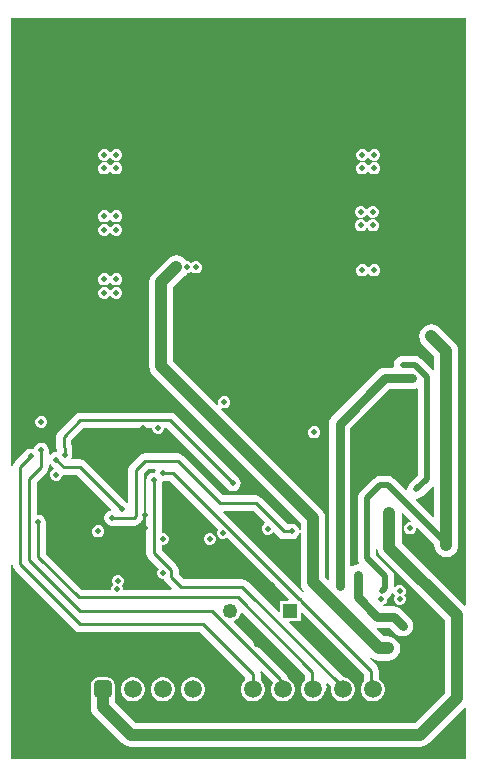
<source format=gbl>
G04*
G04 #@! TF.GenerationSoftware,Altium Limited,Altium Designer,23.8.1 (32)*
G04*
G04 Layer_Physical_Order=4*
G04 Layer_Color=16711680*
%FSLAX25Y25*%
%MOIN*%
G70*
G04*
G04 #@! TF.SameCoordinates,A9E98482-AA81-4C70-AF81-B552D0338214*
G04*
G04*
G04 #@! TF.FilePolarity,Positive*
G04*
G01*
G75*
%ADD89C,0.01000*%
%ADD90C,0.02000*%
%ADD91C,0.03000*%
%ADD93C,0.04000*%
%ADD96R,0.04921X0.04921*%
%ADD97C,0.04921*%
%ADD98C,0.05984*%
G04:AMPARAMS|DCode=99|XSize=59.84mil|YSize=59.84mil|CornerRadius=14.96mil|HoleSize=0mil|Usage=FLASHONLY|Rotation=0.000|XOffset=0mil|YOffset=0mil|HoleType=Round|Shape=RoundedRectangle|*
%AMROUNDEDRECTD99*
21,1,0.05984,0.02992,0,0,0.0*
21,1,0.02992,0.05984,0,0,0.0*
1,1,0.02992,0.01496,-0.01496*
1,1,0.02992,-0.01496,-0.01496*
1,1,0.02992,-0.01496,0.01496*
1,1,0.02992,0.01496,0.01496*
%
%ADD99ROUNDEDRECTD99*%
%ADD100C,0.02000*%
%ADD101C,0.01968*%
G36*
X409000Y264413D02*
X408500Y264206D01*
X387546Y285159D01*
Y294967D01*
X387647Y295056D01*
X387994Y295227D01*
X390721Y292500D01*
X390514Y292000D01*
X390102D01*
X389367Y291695D01*
X388805Y291133D01*
X388500Y290398D01*
Y289602D01*
X388805Y288867D01*
X389367Y288304D01*
X390102Y288000D01*
X390898D01*
X391633Y288304D01*
X392196Y288867D01*
X392500Y289602D01*
Y290014D01*
X393000Y290221D01*
X398465Y284755D01*
Y284500D01*
X398603Y283456D01*
X399006Y282483D01*
X399647Y281647D01*
X400483Y281006D01*
X401456Y280603D01*
X402500Y280466D01*
X403544Y280603D01*
X404517Y281006D01*
X405353Y281647D01*
X405994Y282483D01*
X406397Y283456D01*
X406534Y284500D01*
Y349000D01*
X406534Y349000D01*
X406397Y350044D01*
X405994Y351017D01*
X405353Y351853D01*
X405353Y351853D01*
X400353Y356853D01*
X399517Y357494D01*
X398544Y357897D01*
X397500Y358034D01*
X396456Y357897D01*
X395483Y357494D01*
X394647Y356853D01*
X394006Y356017D01*
X393603Y355044D01*
X393465Y354000D01*
X393603Y352956D01*
X394006Y351983D01*
X394647Y351147D01*
X398465Y347329D01*
Y343021D01*
X397966Y342814D01*
X394140Y346640D01*
X393513Y347120D01*
X392783Y347423D01*
X392000Y347526D01*
X388000D01*
X387217Y347423D01*
X386487Y347120D01*
X385860Y346640D01*
X385380Y346013D01*
X385077Y345283D01*
X384974Y344500D01*
X385036Y344030D01*
X384652Y343530D01*
X382000D01*
X381086Y343410D01*
X380235Y343057D01*
X379504Y342496D01*
X364454Y327446D01*
X363893Y326715D01*
X363540Y325864D01*
X363420Y324950D01*
Y272939D01*
X362958Y272748D01*
X362035Y273671D01*
Y293500D01*
X361897Y294544D01*
X361494Y295517D01*
X360853Y296353D01*
X360853Y296353D01*
X327496Y329710D01*
X327779Y330134D01*
X328102Y330000D01*
X328898D01*
X329633Y330305D01*
X330195Y330867D01*
X330500Y331602D01*
Y332398D01*
X330195Y333133D01*
X329633Y333696D01*
X328898Y334000D01*
X328102D01*
X327367Y333696D01*
X326804Y333133D01*
X326500Y332398D01*
Y331602D01*
X326634Y331279D01*
X326210Y330996D01*
X311535Y345671D01*
Y370329D01*
X315353Y374147D01*
X315994Y374983D01*
X316001Y375000D01*
X316398D01*
X317133Y375305D01*
X317500Y375672D01*
X317867Y375305D01*
X318602Y375000D01*
X319398D01*
X320133Y375305D01*
X320695Y375867D01*
X321000Y376602D01*
Y377398D01*
X320695Y378133D01*
X320133Y378696D01*
X319398Y379000D01*
X318602D01*
X317867Y378696D01*
X317500Y378328D01*
X317133Y378696D01*
X316398Y379000D01*
X316001D01*
X315994Y379017D01*
X315353Y379853D01*
X314517Y380494D01*
X313544Y380897D01*
X312500Y381034D01*
X311456Y380897D01*
X310483Y380494D01*
X309647Y379853D01*
X304647Y374853D01*
X304006Y374017D01*
X303603Y373044D01*
X303466Y372000D01*
X303466Y372000D01*
Y344000D01*
X303466Y344000D01*
X303603Y342956D01*
X304006Y341983D01*
X304647Y341147D01*
X353965Y291829D01*
Y289469D01*
X353466Y289420D01*
X353355Y289976D01*
X352802Y290802D01*
X351975Y291355D01*
X351000Y291549D01*
X349556D01*
X340802Y300302D01*
X339976Y300855D01*
X339000Y301049D01*
X328056D01*
X314802Y314302D01*
X313976Y314855D01*
X313000Y315049D01*
X302000D01*
X301025Y314855D01*
X300198Y314302D01*
X297198Y311302D01*
X296645Y310475D01*
X296451Y309500D01*
Y298861D01*
X295951Y298654D01*
X282318Y312287D01*
X281491Y312839D01*
X280516Y313033D01*
X277745D01*
X277509Y313474D01*
X277640Y313671D01*
X277834Y314647D01*
Y316768D01*
X277640Y317744D01*
X277449Y318030D01*
Y319461D01*
X281438Y323451D01*
X304500D01*
Y323102D01*
X304804Y322367D01*
X305367Y321804D01*
X306102Y321500D01*
X306898D01*
X307633Y321804D01*
X308195Y322367D01*
X308500Y323102D01*
Y323451D01*
X309444D01*
X329698Y303198D01*
X330524Y302645D01*
X331500Y302451D01*
X332475Y302645D01*
X333302Y303198D01*
X333855Y304025D01*
X334049Y305000D01*
X333855Y305976D01*
X333302Y306802D01*
X312302Y327802D01*
X311475Y328355D01*
X310500Y328549D01*
X280383D01*
X279407Y328355D01*
X278580Y327802D01*
X273098Y322320D01*
X272545Y321493D01*
X272351Y320517D01*
Y317154D01*
X272545Y316178D01*
X272656Y316012D01*
X272567Y315739D01*
X272455Y315524D01*
X271525Y315339D01*
X270698Y314787D01*
X270549Y314564D01*
X270049Y314716D01*
Y316000D01*
X269855Y316975D01*
X269302Y317802D01*
X268476Y318355D01*
X267500Y318549D01*
X266525Y318355D01*
X265698Y317802D01*
X265145Y316975D01*
X265026Y316376D01*
X264976Y316355D01*
X264000Y316549D01*
X263024Y316355D01*
X262198Y315802D01*
X258698Y312302D01*
X258145Y311475D01*
X258000Y310746D01*
X257500Y310795D01*
Y460000D01*
X409000D01*
Y264413D01*
D02*
G37*
G36*
X392974Y336498D02*
Y307753D01*
X390360Y305140D01*
X389879Y304513D01*
X389577Y303783D01*
X389475Y303011D01*
X389442Y302985D01*
X388999Y302781D01*
X385140Y306640D01*
X384513Y307120D01*
X383783Y307423D01*
X383000Y307526D01*
X380500D01*
X379717Y307423D01*
X378987Y307120D01*
X378360Y306640D01*
X373860Y302140D01*
X373379Y301513D01*
X373077Y300783D01*
X372974Y300000D01*
Y280000D01*
X373077Y279217D01*
X373379Y278487D01*
X373414Y278442D01*
X373164Y278009D01*
X373000Y278030D01*
X372086Y277910D01*
X371235Y277557D01*
X370980Y277362D01*
X370480Y277608D01*
Y323488D01*
X383462Y336470D01*
X391000D01*
X391914Y336590D01*
X392474Y336822D01*
X392974Y336498D01*
D02*
G37*
G36*
X398465Y303979D02*
Y293967D01*
X398004Y293776D01*
X392281Y299499D01*
X392485Y299942D01*
X392511Y299975D01*
X393283Y300077D01*
X394013Y300379D01*
X394640Y300860D01*
X397966Y304186D01*
X398465Y303979D01*
D02*
G37*
G36*
X270698Y311182D02*
X271638Y310242D01*
X271540Y309751D01*
X271367Y309680D01*
X270805Y309117D01*
X270500Y308382D01*
Y307586D01*
X270805Y306851D01*
X271367Y306289D01*
X272102Y305984D01*
X272898D01*
X273633Y306289D01*
X274196Y306851D01*
X274500Y307586D01*
Y307641D01*
X274886Y307958D01*
X275000Y307935D01*
X279460D01*
X290864Y296532D01*
X290699Y295989D01*
X290024Y295855D01*
X289198Y295302D01*
X288645Y294476D01*
X288451Y293500D01*
X288645Y292525D01*
X289198Y291698D01*
X290024Y291145D01*
X291000Y290951D01*
X298414D01*
X299390Y291145D01*
X300217Y291698D01*
X300802Y292283D01*
X301355Y293110D01*
X301549Y294086D01*
Y308444D01*
X303056Y309951D01*
X305388D01*
X305645Y309539D01*
X305640Y309451D01*
X305541Y308951D01*
X305000Y308549D01*
X304025Y308355D01*
X303198Y307802D01*
X302645Y306976D01*
X302451Y306000D01*
Y281854D01*
X302645Y280879D01*
X303198Y280052D01*
X306720Y276529D01*
X306474Y276283D01*
X306169Y275547D01*
Y274752D01*
X306474Y274017D01*
X307036Y273454D01*
X307771Y273150D01*
X308256D01*
X308314Y272855D01*
X308867Y272028D01*
X310884Y270011D01*
X310693Y269549D01*
X294830D01*
Y270154D01*
X294526Y270889D01*
X294372Y271043D01*
X294695Y271367D01*
X295000Y272102D01*
Y272898D01*
X294695Y273633D01*
X294133Y274196D01*
X293398Y274500D01*
X292602D01*
X291867Y274196D01*
X291304Y273633D01*
X291000Y272898D01*
Y272102D01*
X291304Y271367D01*
X291459Y271213D01*
X291135Y270889D01*
X290830Y270154D01*
Y269549D01*
X281056D01*
X269049Y281556D01*
Y292000D01*
X268855Y292975D01*
X268302Y293802D01*
X267476Y294355D01*
X266500Y294549D01*
X266436Y294536D01*
X266049Y294853D01*
Y305444D01*
X269302Y308698D01*
X269855Y309524D01*
X270049Y310500D01*
Y311253D01*
X270549Y311404D01*
X270698Y311182D01*
D02*
G37*
G36*
X341893Y292002D02*
X341824Y291652D01*
X341261Y291090D01*
X340957Y290354D01*
Y289559D01*
X341261Y288824D01*
X341824Y288261D01*
X342559Y287957D01*
X343355D01*
X344090Y288261D01*
X344566Y288738D01*
X345128Y288767D01*
X346698Y287198D01*
X347524Y286645D01*
X348500Y286451D01*
X351000D01*
X351975Y286645D01*
X352802Y287198D01*
X353355Y288024D01*
X353466Y288580D01*
X353965Y288531D01*
Y272000D01*
X353965Y272000D01*
X354103Y270956D01*
X354506Y269983D01*
X355089Y269223D01*
X354712Y268892D01*
X328116Y295489D01*
X328307Y295951D01*
X337944D01*
X341893Y292002D01*
D02*
G37*
G36*
X379615Y282444D02*
X380018Y281471D01*
X380659Y280635D01*
X401966Y259329D01*
Y235171D01*
X392078Y225284D01*
X298921D01*
X292035Y232171D01*
Y234822D01*
X292041Y234855D01*
Y237847D01*
X291847Y238821D01*
X291296Y239646D01*
X290470Y240198D01*
X289496Y240391D01*
X286504D01*
X285530Y240198D01*
X284704Y239646D01*
X284153Y238821D01*
X283959Y237847D01*
Y234855D01*
X283965Y234822D01*
Y230500D01*
X283965Y230500D01*
X284103Y229456D01*
X284506Y228483D01*
X285147Y227647D01*
X294397Y218397D01*
X294397Y218397D01*
X295233Y217756D01*
X296206Y217353D01*
X297250Y217215D01*
X393750D01*
X393750Y217215D01*
X394794Y217353D01*
X395767Y217756D01*
X396603Y218397D01*
X408500Y230294D01*
X409000Y230087D01*
Y213000D01*
X257500D01*
Y277705D01*
X258000Y277754D01*
X258145Y277025D01*
X258698Y276198D01*
X278698Y256198D01*
X279524Y255645D01*
X280500Y255451D01*
X320444D01*
X335451Y240444D01*
Y239447D01*
X334805Y238802D01*
X334280Y237891D01*
X334008Y236876D01*
Y235825D01*
X334280Y234810D01*
X334805Y233899D01*
X335549Y233156D01*
X336459Y232630D01*
X337474Y232358D01*
X338526D01*
X339541Y232630D01*
X340451Y233156D01*
X341195Y233899D01*
X341720Y234810D01*
X341992Y235825D01*
Y236876D01*
X341720Y237891D01*
X341195Y238802D01*
X340549Y239447D01*
Y241500D01*
X340390Y242298D01*
X340851Y242544D01*
X344599Y238796D01*
Y238445D01*
X344280Y237891D01*
X344008Y236876D01*
Y235825D01*
X344280Y234810D01*
X344806Y233899D01*
X345549Y233156D01*
X346459Y232630D01*
X347474Y232358D01*
X348526D01*
X349541Y232630D01*
X350451Y233156D01*
X351195Y233899D01*
X351720Y234810D01*
X351992Y235825D01*
Y236876D01*
X351720Y237891D01*
X351195Y238802D01*
X350451Y239545D01*
X349668Y239997D01*
X349503Y240827D01*
X348951Y241654D01*
X331800Y258805D01*
X331963Y259349D01*
X332625Y259731D01*
X333269Y260375D01*
X333725Y261164D01*
X333894Y261794D01*
X334438Y261957D01*
X355260Y241135D01*
Y239257D01*
X354805Y238802D01*
X354280Y237891D01*
X354008Y236876D01*
Y235825D01*
X354280Y234810D01*
X354805Y233899D01*
X355549Y233156D01*
X356459Y232630D01*
X357474Y232358D01*
X358526D01*
X359541Y232630D01*
X360451Y233156D01*
X361194Y233899D01*
X361720Y234810D01*
X361862Y235341D01*
X361951Y235400D01*
X362503Y236227D01*
X362697Y237202D01*
X362503Y238178D01*
X362489Y238199D01*
X362877Y238518D01*
X364116Y237279D01*
X364008Y236876D01*
Y235825D01*
X364280Y234810D01*
X364806Y233899D01*
X365549Y233156D01*
X366459Y232630D01*
X367474Y232358D01*
X368526D01*
X369541Y232630D01*
X370451Y233156D01*
X371195Y233899D01*
X371720Y234810D01*
X371992Y235825D01*
Y236876D01*
X371720Y237891D01*
X371195Y238802D01*
X370451Y239545D01*
X369541Y240071D01*
X368526Y240343D01*
X368262D01*
X350027Y258577D01*
X350219Y259039D01*
X353961D01*
Y261781D01*
X354423Y261973D01*
X374951Y241444D01*
Y238947D01*
X374805Y238802D01*
X374280Y237891D01*
X374008Y236876D01*
Y235825D01*
X374280Y234810D01*
X374805Y233899D01*
X375549Y233156D01*
X376459Y232630D01*
X377474Y232358D01*
X378526D01*
X379541Y232630D01*
X380451Y233156D01*
X381194Y233899D01*
X381720Y234810D01*
X381992Y235825D01*
Y236876D01*
X381720Y237891D01*
X381194Y238802D01*
X380451Y239545D01*
X380049Y239777D01*
Y242500D01*
X379855Y243476D01*
X379302Y244302D01*
X376892Y246712D01*
X377223Y247089D01*
X377983Y246506D01*
X378956Y246103D01*
X380000Y245966D01*
X380000Y245966D01*
X383000D01*
X384044Y246103D01*
X385017Y246506D01*
X385853Y247147D01*
X386494Y247983D01*
X386897Y248956D01*
X387035Y250000D01*
X386897Y251044D01*
X386494Y252017D01*
X385853Y252853D01*
X385017Y253494D01*
X384044Y253897D01*
X383000Y254034D01*
X381671D01*
X379170Y256536D01*
X379391Y256984D01*
X379500Y256970D01*
X383538D01*
X385441Y255067D01*
X386172Y254506D01*
X387023Y254153D01*
X387937Y254033D01*
X388851Y254153D01*
X389702Y254506D01*
X390433Y255067D01*
X390994Y255798D01*
X391347Y256649D01*
X391467Y257563D01*
X391347Y258477D01*
X390994Y259328D01*
X390433Y260059D01*
X387496Y262996D01*
X386765Y263557D01*
X385914Y263910D01*
X385000Y264030D01*
X381335D01*
X381262Y264500D01*
X381998Y264805D01*
X382560Y265367D01*
X382865Y266102D01*
Y266649D01*
X383140Y266860D01*
X384140Y267860D01*
X384140Y267860D01*
X384496Y268325D01*
X385001Y268301D01*
X385059Y268272D01*
X385214Y267898D01*
X385392Y267720D01*
X385304Y267633D01*
X385000Y266898D01*
Y266102D01*
X385304Y265367D01*
X385867Y264805D01*
X386602Y264500D01*
X387398D01*
X388133Y264805D01*
X388696Y265367D01*
X389000Y266102D01*
Y266898D01*
X388696Y267633D01*
X388518Y267811D01*
X388605Y267898D01*
X388910Y268633D01*
Y269429D01*
X388605Y270164D01*
X388043Y270726D01*
X387308Y271031D01*
X386512D01*
X385777Y270726D01*
X385526Y270475D01*
X385026Y270683D01*
Y274000D01*
X384923Y274783D01*
X384620Y275513D01*
X384140Y276140D01*
X379026Y281253D01*
Y283086D01*
X379526Y283119D01*
X379615Y282444D01*
D02*
G37*
G36*
X326540Y289855D02*
X326293Y289608D01*
X325989Y288873D01*
Y288078D01*
X326293Y287343D01*
X326856Y286780D01*
X327591Y286475D01*
X328387D01*
X329122Y286780D01*
X329369Y287027D01*
X349973Y266423D01*
X349781Y265961D01*
X347039D01*
Y262219D01*
X346577Y262027D01*
X336302Y272302D01*
X335475Y272855D01*
X334500Y273049D01*
X315056D01*
X313218Y274886D01*
Y276185D01*
X313024Y277161D01*
X312472Y277988D01*
X307549Y282910D01*
Y284464D01*
X307602Y284500D01*
X308398D01*
X309133Y284805D01*
X309696Y285367D01*
X310000Y286102D01*
Y286898D01*
X309696Y287633D01*
X309133Y288195D01*
X308398Y288500D01*
X307602D01*
X307549Y288536D01*
Y305531D01*
X308000Y305951D01*
X310444D01*
X326540Y289855D01*
D02*
G37*
%LPC*%
G36*
X378898Y416500D02*
X378102D01*
X377367Y416195D01*
X376804Y415633D01*
X376750Y415501D01*
X376250D01*
X376196Y415633D01*
X375633Y416195D01*
X374898Y416500D01*
X374102D01*
X373367Y416195D01*
X372804Y415633D01*
X372500Y414898D01*
Y414102D01*
X372804Y413367D01*
X373367Y412805D01*
X374102Y412500D01*
X374898D01*
X375633Y412805D01*
X376196Y413367D01*
X376250Y413499D01*
X376750D01*
X376804Y413367D01*
X377367Y412805D01*
X378102Y412500D01*
X378898D01*
X379633Y412805D01*
X380195Y413367D01*
X380500Y414102D01*
Y414898D01*
X380195Y415633D01*
X379633Y416195D01*
X378898Y416500D01*
D02*
G37*
G36*
X292898D02*
X292102D01*
X291367Y416195D01*
X290805Y415633D01*
X290750Y415501D01*
X290250D01*
X290195Y415633D01*
X289633Y416195D01*
X288898Y416500D01*
X288102D01*
X287367Y416195D01*
X286805Y415633D01*
X286500Y414898D01*
Y414102D01*
X286805Y413367D01*
X287367Y412805D01*
X288102Y412500D01*
X288898D01*
X289633Y412805D01*
X290195Y413367D01*
X290250Y413499D01*
X290750D01*
X290805Y413367D01*
X291367Y412805D01*
X292102Y412500D01*
X292898D01*
X293633Y412805D01*
X294196Y413367D01*
X294500Y414102D01*
Y414898D01*
X294196Y415633D01*
X293633Y416195D01*
X292898Y416500D01*
D02*
G37*
G36*
X378898Y412000D02*
X378102D01*
X377367Y411695D01*
X376804Y411133D01*
X376750Y411001D01*
X376250D01*
X376196Y411133D01*
X375633Y411695D01*
X374898Y412000D01*
X374102D01*
X373367Y411695D01*
X372804Y411133D01*
X372500Y410398D01*
Y409602D01*
X372804Y408867D01*
X373367Y408305D01*
X374102Y408000D01*
X374898D01*
X375633Y408305D01*
X376196Y408867D01*
X376250Y408999D01*
X376750D01*
X376804Y408867D01*
X377367Y408305D01*
X378102Y408000D01*
X378898D01*
X379633Y408305D01*
X380195Y408867D01*
X380500Y409602D01*
Y410398D01*
X380195Y411133D01*
X379633Y411695D01*
X378898Y412000D01*
D02*
G37*
G36*
X292898D02*
X292102D01*
X291367Y411695D01*
X290805Y411133D01*
X290750Y411001D01*
X290250D01*
X290195Y411133D01*
X289633Y411695D01*
X288898Y412000D01*
X288102D01*
X287367Y411695D01*
X286805Y411133D01*
X286500Y410398D01*
Y409602D01*
X286805Y408867D01*
X287367Y408305D01*
X288102Y408000D01*
X288898D01*
X289633Y408305D01*
X290195Y408867D01*
X290250Y408999D01*
X290750D01*
X290805Y408867D01*
X291367Y408305D01*
X292102Y408000D01*
X292898D01*
X293633Y408305D01*
X294196Y408867D01*
X294500Y409602D01*
Y410398D01*
X294196Y411133D01*
X293633Y411695D01*
X292898Y412000D01*
D02*
G37*
G36*
X378398Y397500D02*
X377602D01*
X376867Y397196D01*
X376305Y396633D01*
X376250Y396501D01*
X375750D01*
X375695Y396633D01*
X375133Y397196D01*
X374398Y397500D01*
X373602D01*
X372867Y397196D01*
X372305Y396633D01*
X372000Y395898D01*
Y395102D01*
X372305Y394367D01*
X372867Y393805D01*
X373602Y393500D01*
X374398D01*
X375133Y393805D01*
X375695Y394367D01*
X375750Y394499D01*
X376250D01*
X376305Y394367D01*
X376867Y393805D01*
X377602Y393500D01*
X378398D01*
X379133Y393805D01*
X379696Y394367D01*
X380000Y395102D01*
Y395898D01*
X379696Y396633D01*
X379133Y397196D01*
X378398Y397500D01*
D02*
G37*
G36*
X292898Y396000D02*
X292102D01*
X291367Y395695D01*
X290805Y395133D01*
X290750Y395001D01*
X290250D01*
X290195Y395133D01*
X289633Y395695D01*
X288898Y396000D01*
X288102D01*
X287367Y395695D01*
X286805Y395133D01*
X286500Y394398D01*
Y393602D01*
X286805Y392867D01*
X287367Y392304D01*
X288102Y392000D01*
X288898D01*
X289633Y392304D01*
X290195Y392867D01*
X290250Y392999D01*
X290750D01*
X290805Y392867D01*
X291367Y392304D01*
X292102Y392000D01*
X292898D01*
X293633Y392304D01*
X294196Y392867D01*
X294500Y393602D01*
Y394398D01*
X294196Y395133D01*
X293633Y395695D01*
X292898Y396000D01*
D02*
G37*
G36*
X378398Y393000D02*
X377602D01*
X376867Y392695D01*
X376305Y392133D01*
X376250Y392001D01*
X375750D01*
X375695Y392133D01*
X375133Y392695D01*
X374398Y393000D01*
X373602D01*
X372867Y392695D01*
X372305Y392133D01*
X372000Y391398D01*
Y390602D01*
X372305Y389867D01*
X372867Y389304D01*
X373602Y389000D01*
X374398D01*
X375133Y389304D01*
X375695Y389867D01*
X375750Y389999D01*
X376250D01*
X376305Y389867D01*
X376867Y389304D01*
X377602Y389000D01*
X378398D01*
X379133Y389304D01*
X379696Y389867D01*
X380000Y390602D01*
Y391398D01*
X379696Y392133D01*
X379133Y392695D01*
X378398Y393000D01*
D02*
G37*
G36*
X292898Y391500D02*
X292102D01*
X291367Y391196D01*
X290805Y390633D01*
X290750Y390501D01*
X290250D01*
X290195Y390633D01*
X289633Y391196D01*
X288898Y391500D01*
X288102D01*
X287367Y391196D01*
X286805Y390633D01*
X286500Y389898D01*
Y389102D01*
X286805Y388367D01*
X287367Y387805D01*
X288102Y387500D01*
X288898D01*
X289633Y387805D01*
X290195Y388367D01*
X290250Y388499D01*
X290750D01*
X290805Y388367D01*
X291367Y387805D01*
X292102Y387500D01*
X292898D01*
X293633Y387805D01*
X294196Y388367D01*
X294500Y389102D01*
Y389898D01*
X294196Y390633D01*
X293633Y391196D01*
X292898Y391500D01*
D02*
G37*
G36*
X378898Y378000D02*
X378102D01*
X377367Y377695D01*
X376804Y377133D01*
X376750Y377001D01*
X376250D01*
X376196Y377133D01*
X375633Y377695D01*
X374898Y378000D01*
X374102D01*
X373367Y377695D01*
X372804Y377133D01*
X372500Y376398D01*
Y375602D01*
X372804Y374867D01*
X373367Y374305D01*
X374102Y374000D01*
X374898D01*
X375633Y374305D01*
X376196Y374867D01*
X376250Y374999D01*
X376750D01*
X376804Y374867D01*
X377367Y374305D01*
X378102Y374000D01*
X378898D01*
X379633Y374305D01*
X380195Y374867D01*
X380500Y375602D01*
Y376398D01*
X380195Y377133D01*
X379633Y377695D01*
X378898Y378000D01*
D02*
G37*
G36*
X292898Y375000D02*
X292102D01*
X291367Y374695D01*
X290805Y374133D01*
X290750Y374001D01*
X290250D01*
X290195Y374133D01*
X289633Y374695D01*
X288898Y375000D01*
X288102D01*
X287367Y374695D01*
X286805Y374133D01*
X286500Y373398D01*
Y372602D01*
X286805Y371867D01*
X287367Y371304D01*
X288102Y371000D01*
X288898D01*
X289633Y371304D01*
X290195Y371867D01*
X290250Y371999D01*
X290750D01*
X290805Y371867D01*
X291367Y371304D01*
X292102Y371000D01*
X292898D01*
X293633Y371304D01*
X294196Y371867D01*
X294500Y372602D01*
Y373398D01*
X294196Y374133D01*
X293633Y374695D01*
X292898Y375000D01*
D02*
G37*
G36*
Y370500D02*
X292102D01*
X291367Y370196D01*
X290805Y369633D01*
X290750Y369501D01*
X290250D01*
X290195Y369633D01*
X289633Y370196D01*
X288898Y370500D01*
X288102D01*
X287367Y370196D01*
X286805Y369633D01*
X286500Y368898D01*
Y368102D01*
X286805Y367367D01*
X287367Y366805D01*
X288102Y366500D01*
X288898D01*
X289633Y366805D01*
X290195Y367367D01*
X290250Y367499D01*
X290750D01*
X290805Y367367D01*
X291367Y366805D01*
X292102Y366500D01*
X292898D01*
X293633Y366805D01*
X294196Y367367D01*
X294500Y368102D01*
Y368898D01*
X294196Y369633D01*
X293633Y370196D01*
X292898Y370500D01*
D02*
G37*
G36*
X267898Y327500D02*
X267102D01*
X266367Y327196D01*
X265805Y326633D01*
X265500Y325898D01*
Y325102D01*
X265805Y324367D01*
X266367Y323804D01*
X267102Y323500D01*
X267898D01*
X268633Y323804D01*
X269196Y324367D01*
X269500Y325102D01*
Y325898D01*
X269196Y326633D01*
X268633Y327196D01*
X267898Y327500D01*
D02*
G37*
G36*
X358898Y324000D02*
X358102D01*
X357367Y323695D01*
X356804Y323133D01*
X356500Y322398D01*
Y321602D01*
X356804Y320867D01*
X357367Y320304D01*
X358102Y320000D01*
X358898D01*
X359633Y320304D01*
X360195Y320867D01*
X360500Y321602D01*
Y322398D01*
X360195Y323133D01*
X359633Y323695D01*
X358898Y324000D01*
D02*
G37*
G36*
X286898Y291000D02*
X286102D01*
X285367Y290696D01*
X284805Y290133D01*
X284500Y289398D01*
Y288602D01*
X284805Y287867D01*
X285367Y287304D01*
X286102Y287000D01*
X286898D01*
X287633Y287304D01*
X288195Y287867D01*
X288500Y288602D01*
Y289398D01*
X288195Y290133D01*
X287633Y290696D01*
X286898Y291000D01*
D02*
G37*
G36*
X318526Y240343D02*
X317474D01*
X316459Y240071D01*
X315549Y239545D01*
X314806Y238802D01*
X314280Y237891D01*
X314008Y236876D01*
Y235825D01*
X314280Y234810D01*
X314806Y233899D01*
X315549Y233156D01*
X316459Y232630D01*
X317474Y232358D01*
X318526D01*
X319541Y232630D01*
X320451Y233156D01*
X321195Y233899D01*
X321720Y234810D01*
X321992Y235825D01*
Y236876D01*
X321720Y237891D01*
X321195Y238802D01*
X320451Y239545D01*
X319541Y240071D01*
X318526Y240343D01*
D02*
G37*
G36*
X308526D02*
X307474D01*
X306459Y240071D01*
X305549Y239545D01*
X304805Y238802D01*
X304280Y237891D01*
X304008Y236876D01*
Y235825D01*
X304280Y234810D01*
X304805Y233899D01*
X305549Y233156D01*
X306459Y232630D01*
X307474Y232358D01*
X308526D01*
X309541Y232630D01*
X310451Y233156D01*
X311194Y233899D01*
X311720Y234810D01*
X311992Y235825D01*
Y236876D01*
X311720Y237891D01*
X311194Y238802D01*
X310451Y239545D01*
X309541Y240071D01*
X308526Y240343D01*
D02*
G37*
G36*
X298526D02*
X297474D01*
X296459Y240071D01*
X295549Y239545D01*
X294806Y238802D01*
X294280Y237891D01*
X294008Y236876D01*
Y235825D01*
X294280Y234810D01*
X294806Y233899D01*
X295549Y233156D01*
X296459Y232630D01*
X297474Y232358D01*
X298526D01*
X299541Y232630D01*
X300451Y233156D01*
X301195Y233899D01*
X301720Y234810D01*
X301992Y235825D01*
Y236876D01*
X301720Y237891D01*
X301195Y238802D01*
X300451Y239545D01*
X299541Y240071D01*
X298526Y240343D01*
D02*
G37*
G36*
X324055Y288500D02*
X323260D01*
X322525Y288195D01*
X321962Y287633D01*
X321657Y286898D01*
Y286102D01*
X321962Y285367D01*
X322525Y284805D01*
X323260Y284500D01*
X324055D01*
X324790Y284805D01*
X325353Y285367D01*
X325658Y286102D01*
Y286898D01*
X325353Y287633D01*
X324790Y288195D01*
X324055Y288500D01*
D02*
G37*
%LPD*%
D89*
X310669Y273831D02*
Y276185D01*
X305000Y281854D02*
Y306000D01*
X314000Y270500D02*
X334500D01*
X305000Y281854D02*
X310669Y276185D01*
Y273831D02*
X314000Y270500D01*
X299000Y294086D02*
Y309500D01*
X291000Y293500D02*
X298414D01*
X299000Y294086D01*
X275000Y310484D02*
X280516D01*
X294500Y296500D01*
X299000Y309500D02*
X302000Y312500D01*
X313000D01*
X327000Y298500D01*
X339000D01*
X348500Y289000D01*
X351000D01*
X260500Y278000D02*
Y310500D01*
X264000Y314000D01*
X267500Y310500D02*
Y316000D01*
X263500Y306500D02*
X267500Y310500D01*
X272500Y312984D02*
X275000Y310484D01*
X275285Y314647D02*
Y316768D01*
X274900Y317154D02*
X275285Y316768D01*
X274900Y317154D02*
Y320517D01*
X280383Y326000D01*
X354461Y265539D02*
Y265582D01*
Y265539D02*
X377500Y242500D01*
X308000Y308500D02*
X311500D01*
X353539Y266461D02*
X353582D01*
X311500Y308500D02*
X353539Y266461D01*
X353582D02*
X354461Y265582D01*
X377500Y236465D02*
Y242500D01*
X347148Y237202D02*
Y239852D01*
X280500Y262500D02*
X324500D01*
X347148Y237202D02*
X348000Y236350D01*
X324500Y262500D02*
X347148Y239852D01*
X338000Y236350D02*
Y241500D01*
X280500Y258000D02*
X321500D01*
X338000Y241500D01*
X359260Y237202D02*
X360148D01*
X333000Y267000D02*
X357809Y242191D01*
Y238653D02*
X359260Y237202D01*
X357809Y238653D02*
Y242191D01*
X334500Y270500D02*
X368650Y236350D01*
X260500Y278000D02*
X280500Y258000D01*
X263500Y279500D02*
X280500Y262500D01*
X266500Y280500D02*
X280000Y267000D01*
X333000D01*
X263500Y279500D02*
Y306500D01*
X266500Y280500D02*
Y292000D01*
X310500Y326000D02*
X331500Y305000D01*
X280383Y326000D02*
X310500D01*
D90*
X382000Y270000D02*
Y274000D01*
X376000Y280000D02*
X382000Y274000D01*
X381000Y269000D02*
X382000Y270000D01*
X402500Y284500D02*
Y285000D01*
X383000Y304500D02*
X402500Y285000D01*
X380500Y304500D02*
X383000D01*
X376000Y300000D02*
X380500Y304500D01*
X376000Y280000D02*
Y300000D01*
X392000Y344500D02*
X396000Y340500D01*
Y306500D02*
Y340500D01*
X392500Y303000D02*
X396000Y306500D01*
X388000Y344500D02*
X392000D01*
D91*
X373000Y267000D02*
X379500Y260500D01*
X373000Y267000D02*
Y274500D01*
X379500Y260500D02*
X385000D01*
X387937Y257563D01*
X366950Y324950D02*
X382000Y340000D01*
X391000D01*
X366950Y270683D02*
Y324950D01*
D93*
X397500Y354000D02*
X402500Y349000D01*
Y284500D02*
Y349000D01*
X358000Y272000D02*
X380000Y250000D01*
X383000D01*
X307500Y344000D02*
X358000Y293500D01*
X307500Y372000D02*
X312500Y377000D01*
X307500Y344000D02*
Y372000D01*
X383512Y283488D02*
Y295000D01*
Y283488D02*
X406000Y261000D01*
X358000Y272000D02*
Y293500D01*
X297250Y221250D02*
X393750D01*
X288000Y230500D02*
X297250Y221250D01*
X288000Y230500D02*
Y236350D01*
X393750Y221250D02*
X406000Y233500D01*
Y261000D01*
D96*
X350500Y262500D02*
D03*
D97*
X340500Y252500D02*
D03*
X330500Y262500D02*
D03*
D98*
X358000Y236350D02*
D03*
X338000D02*
D03*
X298000D02*
D03*
X308000D02*
D03*
X318000D02*
D03*
X328000D02*
D03*
X348000D02*
D03*
X368000D02*
D03*
X378000D02*
D03*
D99*
X288000D02*
D03*
D100*
X387000Y266500D02*
D03*
X381000Y269000D02*
D03*
X386910Y269031D02*
D03*
X380865Y266500D02*
D03*
X268421Y297932D02*
D03*
X272500Y307984D02*
D03*
X397500Y354000D02*
D03*
X402500Y284500D02*
D03*
X344500Y271000D02*
D03*
X340500Y274500D02*
D03*
X337000Y278000D02*
D03*
X316000Y286500D02*
D03*
X302000Y294500D02*
D03*
Y290000D02*
D03*
X289500Y282500D02*
D03*
X285500D02*
D03*
X272500Y294500D02*
D03*
X273000Y260000D02*
D03*
X308169Y275150D02*
D03*
X323657Y286500D02*
D03*
X309474Y300401D02*
D03*
X309214Y294558D02*
D03*
X392500Y349000D02*
D03*
X314000Y362500D02*
D03*
Y367000D02*
D03*
Y371000D02*
D03*
Y388500D02*
D03*
X319000D02*
D03*
X314000Y383500D02*
D03*
X318500Y411000D02*
D03*
Y405500D02*
D03*
Y400500D02*
D03*
Y396000D02*
D03*
X324000D02*
D03*
X330000Y406570D02*
D03*
Y401000D02*
D03*
Y396070D02*
D03*
Y391070D02*
D03*
Y387070D02*
D03*
Y382570D02*
D03*
X342000Y412070D02*
D03*
Y406570D02*
D03*
Y401070D02*
D03*
Y396070D02*
D03*
Y391070D02*
D03*
Y385570D02*
D03*
Y381070D02*
D03*
X347500Y375500D02*
D03*
X342000Y371000D02*
D03*
X347500Y366570D02*
D03*
Y362070D02*
D03*
X342000Y358070D02*
D03*
X329500Y355570D02*
D03*
X319000Y377000D02*
D03*
X316000D02*
D03*
X348678Y332671D02*
D03*
X349677Y340000D02*
D03*
X301343Y323500D02*
D03*
X267500Y325500D02*
D03*
X294500Y296500D02*
D03*
X291000Y293500D02*
D03*
X351000Y289000D02*
D03*
X390500Y290000D02*
D03*
X286500Y289000D02*
D03*
X383000Y250000D02*
D03*
X373000Y274500D02*
D03*
X387937Y257563D02*
D03*
X388000Y344500D02*
D03*
X367000Y270500D02*
D03*
X264000Y314000D02*
D03*
X267500Y316000D02*
D03*
X272500Y312984D02*
D03*
X275285Y314647D02*
D03*
X264500Y410000D02*
D03*
Y414500D02*
D03*
X268500D02*
D03*
Y410000D02*
D03*
X264500Y389000D02*
D03*
Y393500D02*
D03*
X268500D02*
D03*
Y389000D02*
D03*
X264500Y368500D02*
D03*
Y373000D02*
D03*
X268500D02*
D03*
Y368500D02*
D03*
X383512Y295000D02*
D03*
X308000Y286500D02*
D03*
X306500Y323500D02*
D03*
X398500Y371500D02*
D03*
Y376000D02*
D03*
X402500D02*
D03*
Y371500D02*
D03*
X398500Y390500D02*
D03*
Y395000D02*
D03*
X402500D02*
D03*
Y390500D02*
D03*
X398500Y410000D02*
D03*
Y414500D02*
D03*
X402500D02*
D03*
Y410000D02*
D03*
X374500Y376000D02*
D03*
X378500D02*
D03*
X374000Y391000D02*
D03*
Y395500D02*
D03*
X378000D02*
D03*
Y391000D02*
D03*
X374500Y410000D02*
D03*
Y414500D02*
D03*
X378500D02*
D03*
Y410000D02*
D03*
X288500D02*
D03*
Y414500D02*
D03*
X292500D02*
D03*
Y410000D02*
D03*
X288500Y389500D02*
D03*
Y394000D02*
D03*
X292500D02*
D03*
Y389500D02*
D03*
Y368500D02*
D03*
Y373000D02*
D03*
X288500D02*
D03*
Y368500D02*
D03*
X285500Y276500D02*
D03*
X282500D02*
D03*
X285500Y273500D02*
D03*
X282500D02*
D03*
X285500Y270500D02*
D03*
X282500D02*
D03*
X337524Y366348D02*
D03*
X337476Y363394D02*
D03*
X334490Y363314D02*
D03*
Y366316D02*
D03*
X312500Y377000D02*
D03*
X328500Y332000D02*
D03*
X327989Y288475D02*
D03*
X392500Y303000D02*
D03*
X391000Y340000D02*
D03*
X266500Y292000D02*
D03*
X358500Y322000D02*
D03*
X292830Y269756D02*
D03*
X293000Y272500D02*
D03*
X342957Y289957D02*
D03*
X331500Y305000D02*
D03*
X305000Y306000D02*
D03*
X308000Y308500D02*
D03*
D101*
X389937Y332000D02*
D03*
Y328063D02*
D03*
X386000Y332000D02*
D03*
Y328063D02*
D03*
X382063Y332000D02*
D03*
Y328063D02*
D03*
M02*

</source>
